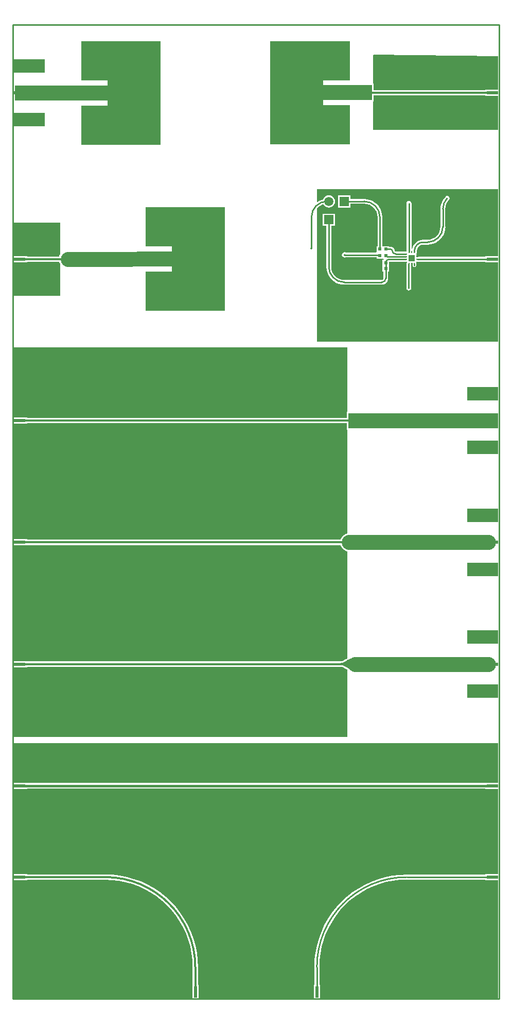
<source format=gtl>
G04*
G04 #@! TF.GenerationSoftware,Altium Limited,Altium Designer,19.1.8 (144)*
G04*
G04 Layer_Physical_Order=1*
G04 Layer_Color=255*
%FSLAX25Y25*%
%MOIN*%
G70*
G01*
G75*
%ADD13C,0.01000*%
%ADD14C,0.01128*%
%ADD15C,0.01155*%
%ADD16C,0.01372*%
%ADD17C,0.09714*%
%ADD27R,0.06299X0.09714*%
%ADD28R,0.06000X0.09714*%
%ADD34R,0.02362X0.01968*%
%ADD35R,0.00787X0.01555*%
%ADD36R,0.01555X0.00787*%
%ADD37R,0.03937X0.03937*%
%ADD38R,0.20000X0.09000*%
%ADD39R,0.07500X0.02000*%
%ADD40R,0.09000X0.20000*%
%ADD41R,0.02000X0.07500*%
%ADD42C,0.01641*%
%ADD43R,0.05906X0.05906*%
%ADD44C,0.05906*%
%ADD45C,0.00800*%
%ADD46C,0.01400*%
%ADD47C,0.01500*%
G36*
X314420Y609768D02*
Y588016D01*
X305861D01*
Y587735D01*
X233680Y587735D01*
Y591940D01*
X233268D01*
X233268Y610390D01*
X233623Y610742D01*
X314420Y609768D01*
D02*
G37*
G36*
X305861Y584016D02*
X314420D01*
Y562008D01*
X233268D01*
X233268Y580226D01*
X233680D01*
Y584297D01*
X305861Y584297D01*
Y584016D01*
D02*
G37*
G36*
X218157Y594167D02*
X201000D01*
Y590933D01*
X232657D01*
Y587735D01*
X229680D01*
X229600D01*
X228942Y587604D01*
X228384Y587231D01*
X228012Y586674D01*
X227881Y586016D01*
X228012Y585358D01*
X228384Y584800D01*
X228942Y584428D01*
X229600Y584297D01*
X229680D01*
X232657D01*
Y581233D01*
X201000D01*
X201000Y578000D01*
X218157D01*
Y552660D01*
X166687D01*
Y619507D01*
X218157D01*
Y594167D01*
D02*
G37*
G36*
X95611Y552515D02*
X44141D01*
Y577855D01*
X61298D01*
Y581088D01*
X1111D01*
Y590789D01*
X61298D01*
X61298Y594022D01*
X44141D01*
Y619362D01*
X95611D01*
Y552515D01*
D02*
G37*
G36*
X314420Y480346D02*
X305861D01*
Y479941D01*
X262050D01*
X261769Y479885D01*
X261268Y480261D01*
Y481172D01*
X261465D01*
Y482220D01*
X261545Y482340D01*
X261666Y482950D01*
Y483772D01*
X261657Y483818D01*
X261789Y484820D01*
X262194Y485796D01*
X262837Y486635D01*
X263676Y487278D01*
X264652Y487682D01*
X265654Y487814D01*
X265700Y487805D01*
X268500D01*
Y487800D01*
X270315Y487943D01*
X272085Y488368D01*
X273766Y489064D01*
X275318Y490016D01*
X276702Y491198D01*
X277885Y492582D01*
X278836Y494134D01*
X279532Y495815D01*
X279957Y497585D01*
X280100Y499400D01*
X280095D01*
Y510900D01*
X280081Y510971D01*
X280236Y512544D01*
X280715Y514125D01*
X281494Y515582D01*
X282401Y516687D01*
X282397Y516691D01*
X282719Y517173D01*
X282841Y517783D01*
X282719Y518393D01*
X282373Y518911D01*
X281856Y519256D01*
X281246Y519378D01*
X280636Y519256D01*
X280118Y518911D01*
X280095Y518876D01*
X280100Y518871D01*
X279116Y517718D01*
X278164Y516166D01*
X277468Y514485D01*
X277043Y512715D01*
X276900Y510900D01*
X276905D01*
Y499400D01*
X276919Y499329D01*
X276764Y497756D01*
X276285Y496175D01*
X275506Y494719D01*
X274458Y493442D01*
X273182Y492394D01*
X271725Y491615D01*
X270144Y491136D01*
X268571Y490981D01*
X268500Y490995D01*
X265700D01*
Y490999D01*
X264290Y490860D01*
X262934Y490449D01*
X261685Y489781D01*
X260590Y488882D01*
X259691Y487787D01*
X259023Y486537D01*
X258612Y485182D01*
X258123Y485248D01*
Y514458D01*
X258002Y515068D01*
X257656Y515586D01*
X257139Y515932D01*
X256528Y516053D01*
X255918Y515932D01*
X255401Y515586D01*
X255055Y515068D01*
X254934Y514458D01*
Y483702D01*
X254550Y483387D01*
X248014D01*
X247800Y483429D01*
X247500D01*
Y483438D01*
X247385Y483485D01*
X247338Y483600D01*
X247329D01*
X247314Y483678D01*
X247228Y484331D01*
X246946Y485012D01*
X246497Y485597D01*
X245912Y486046D01*
X245231Y486328D01*
X244578Y486414D01*
X244500Y486429D01*
X243750D01*
Y486884D01*
X239161D01*
Y505800D01*
X239167D01*
X239025Y507605D01*
X238602Y509365D01*
X237910Y511037D01*
X236964Y512580D01*
X235788Y513957D01*
X234412Y515133D01*
X232869Y516078D01*
X231196Y516771D01*
X229436Y517194D01*
X227631Y517336D01*
Y517329D01*
X218553D01*
Y519753D01*
X210647D01*
Y511847D01*
X218553D01*
Y514271D01*
X227631D01*
X227700Y514284D01*
X229288Y514128D01*
X230881Y513645D01*
X232349Y512860D01*
X233635Y511804D01*
X234691Y510517D01*
X235476Y509049D01*
X235959Y507456D01*
X236116Y505868D01*
X236102Y505800D01*
Y486884D01*
X235450D01*
Y482916D01*
X235028Y482729D01*
X215571D01*
X215463Y482801D01*
X214800Y482933D01*
X214137Y482801D01*
X213574Y482426D01*
X213199Y481863D01*
X213067Y481200D01*
X213199Y480537D01*
X213574Y479974D01*
X214137Y479599D01*
X214800Y479467D01*
X215463Y479599D01*
X215571Y479671D01*
X235450D01*
Y478816D01*
X239962D01*
X240240Y478316D01*
X240158Y478184D01*
X239287D01*
Y474216D01*
Y470416D01*
X239939D01*
Y465969D01*
X239936D01*
X239865Y465610D01*
X239662Y465306D01*
X239358Y465103D01*
X239000Y465032D01*
Y465029D01*
X214600D01*
X214532Y465016D01*
X212944Y465172D01*
X211351Y465655D01*
X209883Y466440D01*
X208596Y467496D01*
X207540Y468783D01*
X206755Y470251D01*
X206272Y471843D01*
X206116Y473432D01*
X206129Y473500D01*
Y499947D01*
X208553D01*
Y507853D01*
X200647D01*
Y499947D01*
X203071D01*
Y473500D01*
X203064D01*
X203206Y471695D01*
X203629Y469935D01*
X204322Y468263D01*
X205268Y466720D01*
X206443Y465343D01*
X207820Y464167D01*
X209363Y463222D01*
X211035Y462529D01*
X212795Y462107D01*
X214600Y461964D01*
Y461971D01*
X239000D01*
Y461966D01*
X240036Y462102D01*
X241001Y462502D01*
X241830Y463138D01*
X242466Y463967D01*
X242866Y464932D01*
X243003Y465969D01*
X242998D01*
Y470416D01*
X243650D01*
Y474216D01*
Y476785D01*
X254550D01*
X254748Y476824D01*
X255135Y476507D01*
Y476333D01*
X254955Y476064D01*
X254834Y475454D01*
Y459700D01*
X254955Y459090D01*
X255301Y458572D01*
X255818Y458227D01*
X256428Y458105D01*
X257039Y458227D01*
X257556Y458572D01*
X257902Y459090D01*
X258023Y459700D01*
Y475454D01*
X257968Y475732D01*
X258246Y476154D01*
X258759Y476184D01*
X258823Y476119D01*
X259043Y475732D01*
X258987Y475450D01*
Y474500D01*
X259069Y474085D01*
X259304Y473733D01*
X259656Y473498D01*
X260072Y473415D01*
X260487Y473498D01*
X260839Y473733D01*
X261074Y474085D01*
X261157Y474500D01*
Y475450D01*
X261101Y475732D01*
X261268Y476231D01*
D01*
X261553Y476614D01*
X261769Y476775D01*
X262050Y476719D01*
X262212Y476752D01*
X305861D01*
Y476346D01*
X314420D01*
Y425197D01*
X196850D01*
X196850Y511139D01*
X197396Y511804D01*
X198683Y512860D01*
X200151Y513645D01*
X201096Y513931D01*
X201147Y513807D01*
X201781Y512981D01*
X202607Y512347D01*
X203568Y511949D01*
X204600Y511813D01*
X205632Y511949D01*
X206593Y512347D01*
X207419Y512981D01*
X208053Y513807D01*
X208451Y514768D01*
X208587Y515800D01*
X208451Y516832D01*
X208053Y517793D01*
X207419Y518619D01*
X206593Y519253D01*
X205632Y519651D01*
X204600Y519787D01*
X203568Y519651D01*
X202607Y519253D01*
X201781Y518619D01*
X201147Y517793D01*
X200822Y517008D01*
X199835Y516771D01*
X198163Y516078D01*
X197287Y515541D01*
X196850Y515786D01*
Y523622D01*
X314420D01*
Y480346D01*
D02*
G37*
G36*
X30512Y481624D02*
X30063Y480784D01*
X29869Y480144D01*
X9100D01*
Y480425D01*
X541D01*
Y501968D01*
X30512D01*
Y481624D01*
D02*
G37*
G36*
X30063Y476279D02*
X30512Y475439D01*
Y454724D01*
X541D01*
Y476425D01*
X9100D01*
Y476706D01*
X29933D01*
X30063Y476279D01*
D02*
G37*
G36*
X137313Y445110D02*
X85843D01*
Y470450D01*
X103000D01*
Y473683D01*
X80167D01*
X79998Y474154D01*
X80261Y474370D01*
X80993Y475262D01*
X81537Y476279D01*
X81872Y477383D01*
X81985Y478532D01*
X81872Y479680D01*
X81537Y480784D01*
X80993Y481801D01*
X80261Y482693D01*
X79994Y482913D01*
X80162Y483383D01*
X103000D01*
X103000Y486617D01*
X85843D01*
Y511957D01*
X137313D01*
Y445110D01*
D02*
G37*
G36*
X216535Y379657D02*
X216100D01*
Y375735D01*
X9100D01*
Y376016D01*
X541D01*
Y421260D01*
X216535D01*
X216535Y379657D01*
D02*
G37*
G36*
X314420Y368970D02*
X217120D01*
Y372297D01*
X217271D01*
X217929Y372428D01*
X218486Y372800D01*
X218859Y373358D01*
X218990Y374016D01*
X218859Y374674D01*
X218486Y375231D01*
X217929Y375604D01*
X217271Y375735D01*
X217120D01*
Y378684D01*
X314420D01*
Y368970D01*
D02*
G37*
G36*
X216100Y367943D02*
X216535D01*
X216535Y301038D01*
X215464Y300713D01*
X214447Y300169D01*
X213555Y299437D01*
X212823Y298545D01*
X212279Y297528D01*
X212118Y296995D01*
X9100Y296995D01*
Y297276D01*
X541D01*
X541Y372016D01*
X9100D01*
Y372297D01*
X216100D01*
Y367943D01*
D02*
G37*
G36*
X212279Y293023D02*
X212823Y292006D01*
X213555Y291114D01*
X214447Y290382D01*
X215464Y289838D01*
X216535Y289513D01*
X216535Y220157D01*
X216455Y220101D01*
X215052Y219252D01*
X214428Y218935D01*
X213834Y218677D01*
X213281Y218481D01*
X212772Y218345D01*
X212309Y218268D01*
X212087Y218254D01*
X9100Y218254D01*
Y218535D01*
X541D01*
Y293276D01*
X9100D01*
Y293557D01*
X212118Y293557D01*
X212279Y293023D01*
D02*
G37*
G36*
X218592Y212687D02*
X217786Y213288D01*
X216264Y214300D01*
X215548Y214711D01*
X214208Y215343D01*
X213583Y215565D01*
X212988Y215723D01*
X212424Y215818D01*
X211890Y215849D01*
Y217221D01*
X212424Y217253D01*
X212988Y217348D01*
X213583Y217506D01*
X214208Y217727D01*
X214863Y218012D01*
X215548Y218360D01*
X217010Y219246D01*
X217786Y219783D01*
X218592Y220384D01*
Y212687D01*
D02*
G37*
G36*
X212309Y214803D02*
X212772Y214725D01*
X213281Y214590D01*
X213819Y214400D01*
X215076Y213806D01*
X215727Y213432D01*
X216535Y212895D01*
X216535Y169291D01*
X541D01*
Y214535D01*
X9100D01*
Y214816D01*
X212087Y214816D01*
X212309Y214803D01*
D02*
G37*
G36*
X314420Y139795D02*
X305861D01*
Y139652D01*
X9100D01*
Y139795D01*
X541D01*
Y165354D01*
X314420Y165354D01*
Y139795D01*
D02*
G37*
G36*
X305861Y135795D02*
X314420D01*
X314420Y80740D01*
X305861D01*
Y80349D01*
X255102D01*
Y80364D01*
X250405Y80179D01*
X245736Y79627D01*
X241125Y78710D01*
X236600Y77433D01*
X232189Y75806D01*
X227920Y73838D01*
X223817Y71540D01*
X219908Y68929D01*
X216216Y66018D01*
X212764Y62827D01*
X209573Y59374D01*
X206662Y55682D01*
X204050Y51773D01*
X201753Y47671D01*
X199785Y43402D01*
X198157Y38991D01*
X196881Y34466D01*
X195964Y29855D01*
X195411Y25186D01*
X195227Y20488D01*
X195242D01*
Y9100D01*
X194850D01*
Y541D01*
X120110D01*
Y9100D01*
X119829D01*
Y20458D01*
X119843D01*
X119658Y25166D01*
X119104Y29846D01*
X118184Y34468D01*
X116905Y39003D01*
X115274Y43424D01*
X113301Y47704D01*
X110999Y51815D01*
X108381Y55734D01*
X105463Y59434D01*
X102265Y62894D01*
X98804Y66093D01*
X95104Y69011D01*
X91185Y71629D01*
X87074Y73931D01*
X82794Y75904D01*
X78373Y77535D01*
X73838Y78814D01*
X69216Y79734D01*
X64536Y80287D01*
X59828Y80472D01*
Y80459D01*
X9100D01*
Y80740D01*
X541D01*
X541Y135795D01*
X9100D01*
Y135939D01*
X305861D01*
Y135795D01*
D02*
G37*
G36*
X255102Y77132D02*
X305861D01*
Y76740D01*
X314420D01*
Y541D01*
X198850D01*
Y9100D01*
X198459D01*
Y20488D01*
X198438Y20591D01*
X198609Y24934D01*
X199132Y29353D01*
X200000Y33717D01*
X201208Y38000D01*
X202748Y42174D01*
X204611Y46215D01*
X206785Y50097D01*
X209257Y53797D01*
X212012Y57291D01*
X215032Y60559D01*
X218299Y63579D01*
X221794Y66334D01*
X225493Y68806D01*
X229376Y70980D01*
X233417Y72843D01*
X237591Y74383D01*
X241874Y75591D01*
X246238Y76459D01*
X250656Y76982D01*
X254999Y77152D01*
X255102Y77132D01*
D02*
G37*
G36*
X64268Y76873D02*
X68680Y76351D01*
X73039Y75484D01*
X77315Y74278D01*
X81484Y72740D01*
X85519Y70880D01*
X89396Y68709D01*
X93091Y66240D01*
X96580Y63489D01*
X99843Y60473D01*
X102859Y57210D01*
X105610Y53720D01*
X108079Y50026D01*
X110250Y46149D01*
X112110Y42114D01*
X113648Y37945D01*
X114854Y33668D01*
X115721Y29310D01*
X116244Y24898D01*
X116413Y20570D01*
X116391Y20458D01*
Y9100D01*
X116110D01*
Y541D01*
X541D01*
Y76740D01*
X9100D01*
Y77021D01*
X59828D01*
X59940Y77043D01*
X64268Y76873D01*
D02*
G37*
D13*
X245800Y483600D02*
G03*
X247500Y481900I1700J0D01*
G01*
X245800Y483600D02*
G03*
X244500Y484900I-1300J0D01*
G01*
X237632Y505800D02*
G03*
X227631Y515800I-10000J0D01*
G01*
X237632Y480800D02*
G03*
X237231Y481200I-400J0D01*
G01*
X203400Y515800D02*
G03*
X193400Y505800I0J-10000D01*
G01*
X239000Y463500D02*
G03*
X241469Y465969I0J2468D01*
G01*
X204600Y473500D02*
G03*
X214600Y463500I10000J0D01*
G01*
X243583Y478314D02*
G03*
X241469Y476200I0J-2114D01*
G01*
X241568Y480800D02*
G03*
X242283Y480086I714J0D01*
G01*
X247500Y481900D02*
X247800D01*
X241568Y484900D02*
X244500D01*
X247800Y481857D02*
Y481900D01*
Y481857D02*
X254550D01*
X237632Y484900D02*
Y505800D01*
X214600Y515800D02*
X227631D01*
X203400D02*
X204600D01*
X214800Y481200D02*
X237231D01*
X193400Y485300D02*
Y505800D01*
X241469Y472400D02*
Y476200D01*
X214600Y463500D02*
X239000D01*
X204600Y473500D02*
Y505900D01*
X241469Y465969D02*
Y472400D01*
X243583Y478314D02*
X254550D01*
X242283Y480086D02*
X254550D01*
X0Y629921D02*
X0Y0D01*
X0Y629921D02*
X314961Y629921D01*
X314961Y0D01*
X0D02*
X314961D01*
D14*
X268500Y489400D02*
G03*
X278500Y499400I0J10000D01*
G01*
X265700Y489400D02*
G03*
X260072Y483772I0J-5628D01*
G01*
X281246Y517783D02*
G03*
X278500Y510900I7254J-6883D01*
G01*
X260072Y482950D02*
Y483772D01*
X265700Y489400D02*
X268500D01*
X278500Y499400D02*
Y510900D01*
X256528Y482950D02*
Y514458D01*
X256428Y459700D02*
Y475454D01*
X260072Y474500D02*
Y475450D01*
X262050Y478346D02*
X310611D01*
X262050Y478314D02*
Y478346D01*
D15*
X255102Y78740D02*
G03*
X196850Y20488I0J-58252D01*
G01*
X255102Y78740D02*
X310910D01*
X196850Y4350D02*
Y20488D01*
D16*
X35425Y478425D02*
G03*
X35500Y478500I0J75D01*
G01*
X118110Y20458D02*
G03*
X59828Y78740I-58283J0D01*
G01*
X229680Y586016D02*
X310611Y586016D01*
X229600Y586016D02*
X229680D01*
X4334Y478425D02*
X35425D01*
X4350Y216535D02*
X221555Y216535D01*
X1300Y216535D02*
X4350D01*
Y295276D02*
X215650Y295276D01*
X118110Y4350D02*
Y20458D01*
X4350Y78740D02*
X59828D01*
X4350Y374016D02*
X217271D01*
X118110Y4350D02*
X118110D01*
D17*
X35500Y478532D02*
X76100D01*
X221555Y216535D02*
X308071Y216535D01*
X217717Y295276D02*
X308071D01*
D27*
X79500Y478532D02*
D03*
D28*
X229680Y586083D02*
D03*
X220100Y373800D02*
D03*
D34*
X241568Y484900D02*
D03*
X237632D02*
D03*
X241568Y480800D02*
D03*
X237632D02*
D03*
X241469Y472400D02*
D03*
X237531D02*
D03*
X241469Y476200D02*
D03*
X237531D02*
D03*
D35*
X260072Y482950D02*
D03*
X258300D02*
D03*
X256528D02*
D03*
Y475450D02*
D03*
X258300D02*
D03*
X260072D02*
D03*
D36*
X254550Y481857D02*
D03*
Y480086D02*
D03*
Y478314D02*
D03*
Y476543D02*
D03*
X262050D02*
D03*
Y478314D02*
D03*
Y480086D02*
D03*
Y481857D02*
D03*
D37*
X258300Y479200D02*
D03*
D38*
X304361Y495747D02*
D03*
Y460947D02*
D03*
X10600Y356616D02*
D03*
Y391416D02*
D03*
X304361D02*
D03*
Y356616D02*
D03*
X304361Y603416D02*
D03*
Y568616D02*
D03*
X10600Y568615D02*
D03*
Y603415D02*
D03*
X10600Y277876D02*
D03*
Y312676D02*
D03*
X304361Y233935D02*
D03*
Y199135D02*
D03*
X304361Y155195D02*
D03*
Y120395D02*
D03*
X304361Y96140D02*
D03*
Y61340D02*
D03*
X10600D02*
D03*
Y96140D02*
D03*
X304361Y312676D02*
D03*
Y277876D02*
D03*
X10600Y199135D02*
D03*
Y233935D02*
D03*
Y120395D02*
D03*
Y155195D02*
D03*
X10600Y461025D02*
D03*
Y495825D02*
D03*
D39*
X310611Y478346D02*
D03*
X4350Y374016D02*
D03*
X310611D02*
D03*
X310611Y586016D02*
D03*
X4350Y586015D02*
D03*
X4350Y295276D02*
D03*
X310611Y216535D02*
D03*
X310611Y137795D02*
D03*
X310611Y78740D02*
D03*
X4350D02*
D03*
X310611Y295276D02*
D03*
X4350Y216535D02*
D03*
Y137795D02*
D03*
X4350Y478425D02*
D03*
D40*
X214250Y10600D02*
D03*
X179450D02*
D03*
X135510D02*
D03*
X100710D02*
D03*
D41*
X196850Y4350D02*
D03*
X118110D02*
D03*
D42*
X4350Y137795D02*
X310611D01*
D43*
X214600Y515800D02*
D03*
X204600Y503900D02*
D03*
D44*
Y515800D02*
D03*
X214600Y503900D02*
D03*
D45*
X312103Y481793D02*
D03*
X309303D02*
D03*
X306504Y481722D02*
D03*
X303722Y481404D02*
D03*
X300922D02*
D03*
X298122D02*
D03*
X295322D02*
D03*
X292522D02*
D03*
X289722D02*
D03*
X286922D02*
D03*
X284122D02*
D03*
X281322D02*
D03*
X278522D02*
D03*
X275722D02*
D03*
X272922D02*
D03*
X270122D02*
D03*
X267322D02*
D03*
X264522D02*
D03*
X266716Y475289D02*
D03*
X269516D02*
D03*
X272316D02*
D03*
X275116D02*
D03*
X277916D02*
D03*
X280716D02*
D03*
X283516D02*
D03*
X286316D02*
D03*
X289116D02*
D03*
X291916D02*
D03*
X294716D02*
D03*
X297516D02*
D03*
X300316D02*
D03*
X303116D02*
D03*
X305909Y475096D02*
D03*
X308702Y474899D02*
D03*
X311502D02*
D03*
X278553Y519288D02*
D03*
X276968Y516980D02*
D03*
X275952Y514371D02*
D03*
X275504Y511607D02*
D03*
X275442Y508808D02*
D03*
Y506007D02*
D03*
Y503207D02*
D03*
Y500408D02*
D03*
X275210Y497617D02*
D03*
X273958Y495113D02*
D03*
X271819Y493306D02*
D03*
X269140Y492491D02*
D03*
X266340Y492458D02*
D03*
X263557Y492150D02*
D03*
X263129Y483523D02*
D03*
X264407Y486015D02*
D03*
X267187Y486342D02*
D03*
X269985Y486465D02*
D03*
X272720Y487065D02*
D03*
X275245Y488274D02*
D03*
X277481Y489959D02*
D03*
X279286Y492100D02*
D03*
X280587Y494580D02*
D03*
X281350Y497273D02*
D03*
X281558Y500066D02*
D03*
Y502866D02*
D03*
Y505666D02*
D03*
Y508466D02*
D03*
X281564Y511266D02*
D03*
X282275Y513974D02*
D03*
X283850Y516289D02*
D03*
X283965Y519087D02*
D03*
X281712Y520748D02*
D03*
X253910Y515938D02*
D03*
X253471Y513173D02*
D03*
Y510373D02*
D03*
Y507573D02*
D03*
Y504773D02*
D03*
Y501973D02*
D03*
Y499173D02*
D03*
Y496373D02*
D03*
Y493573D02*
D03*
Y490773D02*
D03*
Y487973D02*
D03*
Y485173D02*
D03*
X259586Y490626D02*
D03*
Y493427D02*
D03*
Y496227D02*
D03*
Y499026D02*
D03*
Y501826D02*
D03*
Y504627D02*
D03*
Y507427D02*
D03*
Y510226D02*
D03*
Y513027D02*
D03*
X259230Y515804D02*
D03*
X256952Y517431D02*
D03*
X253371Y473338D02*
D03*
Y470538D02*
D03*
Y467738D02*
D03*
Y464938D02*
D03*
Y462138D02*
D03*
X253443Y459339D02*
D03*
X255026Y457030D02*
D03*
X257826Y457027D02*
D03*
X259413Y459334D02*
D03*
X259486Y462133D02*
D03*
Y464933D02*
D03*
Y467733D02*
D03*
Y470533D02*
D03*
D46*
X214800Y481200D02*
D03*
X193400Y485300D02*
D03*
X235200Y580200D02*
D03*
X243764Y582593D02*
D03*
X255164D02*
D03*
X266564D02*
D03*
X277964D02*
D03*
X289364D02*
D03*
X300764D02*
D03*
X309646Y589739D02*
D03*
X298250Y589438D02*
D03*
X286850D02*
D03*
X275450D02*
D03*
X264050D02*
D03*
X252650D02*
D03*
X241250D02*
D03*
X25419Y481848D02*
D03*
X14019D02*
D03*
X5137Y474702D02*
D03*
X16533Y475002D02*
D03*
X27933D02*
D03*
X122119Y377438D02*
D03*
X65119D02*
D03*
X181509Y370593D02*
D03*
X53719Y377438D02*
D03*
X110719D02*
D03*
X192909Y370593D02*
D03*
X10509D02*
D03*
X201919Y377438D02*
D03*
X133519D02*
D03*
X33309Y370593D02*
D03*
X144919Y377438D02*
D03*
X167719D02*
D03*
X78909Y370593D02*
D03*
X30919Y377438D02*
D03*
X179119D02*
D03*
X42319D02*
D03*
X170109Y370593D02*
D03*
X87919Y377438D02*
D03*
X156319D02*
D03*
X190519D02*
D03*
X113109Y370593D02*
D03*
X67509D02*
D03*
X44709D02*
D03*
X21909D02*
D03*
X213319Y377438D02*
D03*
X101709Y370593D02*
D03*
X90309D02*
D03*
X8123Y377736D02*
D03*
X19519Y377438D02*
D03*
X135909Y370593D02*
D03*
X99319Y377438D02*
D03*
X147309Y370593D02*
D03*
X204309D02*
D03*
X124509D02*
D03*
X56109D02*
D03*
X76519Y377438D02*
D03*
X158709Y370593D02*
D03*
X204326Y219958D02*
D03*
X192926D02*
D03*
X181526D02*
D03*
X170126D02*
D03*
X158726D02*
D03*
X147326D02*
D03*
X135926D02*
D03*
X124526D02*
D03*
X113126D02*
D03*
X101726D02*
D03*
X90326D02*
D03*
X78926D02*
D03*
X67526D02*
D03*
X56126D02*
D03*
X44726D02*
D03*
X33326D02*
D03*
X21926D02*
D03*
X10526D02*
D03*
X1644Y212812D02*
D03*
X13040Y213113D02*
D03*
X24440D02*
D03*
X35840D02*
D03*
X47240D02*
D03*
X58640D02*
D03*
X70040D02*
D03*
X81440D02*
D03*
X92840D02*
D03*
X104240D02*
D03*
X115640D02*
D03*
X127040D02*
D03*
X138440D02*
D03*
X149840D02*
D03*
X161240D02*
D03*
X172640D02*
D03*
X184040D02*
D03*
X195440D02*
D03*
X206840D02*
D03*
X204545Y298698D02*
D03*
X193145D02*
D03*
X181745D02*
D03*
X170345D02*
D03*
X158945D02*
D03*
X147545D02*
D03*
X136145D02*
D03*
X124745D02*
D03*
X113345D02*
D03*
X101945D02*
D03*
X90545D02*
D03*
X79145D02*
D03*
X67745D02*
D03*
X56345D02*
D03*
X44945D02*
D03*
X33545D02*
D03*
X22145D02*
D03*
X10745D02*
D03*
X1863Y291552D02*
D03*
X13259Y291853D02*
D03*
X24659D02*
D03*
X36059D02*
D03*
X47459D02*
D03*
X58859D02*
D03*
X70259D02*
D03*
X81659D02*
D03*
X93059D02*
D03*
X104459D02*
D03*
X115859D02*
D03*
X127259D02*
D03*
X138659D02*
D03*
X150059D02*
D03*
X161459D02*
D03*
X172859D02*
D03*
X184259D02*
D03*
X195659D02*
D03*
X207059D02*
D03*
X305552Y82089D02*
D03*
X294152D02*
D03*
X282752D02*
D03*
X271352D02*
D03*
X259952D02*
D03*
X248559Y81696D02*
D03*
X237383Y79445D02*
D03*
X226807Y75190D02*
D03*
X217228Y69010D02*
D03*
X208918Y61205D02*
D03*
X202199Y51995D02*
D03*
X197318Y41693D02*
D03*
X194371Y30681D02*
D03*
X193502Y19314D02*
D03*
X193127Y7920D02*
D03*
X200199Y9891D02*
D03*
X200190Y21291D02*
D03*
X201537Y32611D02*
D03*
X205212Y43403D02*
D03*
X211000Y53224D02*
D03*
X218715Y61617D02*
D03*
X227998Y68233D02*
D03*
X238431Y72829D02*
D03*
X249598Y75121D02*
D03*
X260995Y75392D02*
D03*
X272395D02*
D03*
X283795D02*
D03*
X295195D02*
D03*
X306591Y75092D02*
D03*
X9393Y75317D02*
D03*
X20793D02*
D03*
X32193D02*
D03*
X43593D02*
D03*
X54993D02*
D03*
X66385Y74888D02*
D03*
X77504Y72372D02*
D03*
X87855Y67596D02*
D03*
X96984Y60769D02*
D03*
X104535Y52227D02*
D03*
X110129Y42294D02*
D03*
X113545Y31418D02*
D03*
X114688Y20076D02*
D03*
X114463Y8678D02*
D03*
X121758Y8677D02*
D03*
X121533Y20075D02*
D03*
X120545Y31432D02*
D03*
X117484Y42413D02*
D03*
X112492Y52662D02*
D03*
X105645Y61777D02*
D03*
X97262Y69503D02*
D03*
X87616Y75579D02*
D03*
X76993Y79715D02*
D03*
X65799Y81873D02*
D03*
X54403Y82163D02*
D03*
X43003D02*
D03*
X31603D02*
D03*
X20203D02*
D03*
X8805Y82371D02*
D03*
X304321Y141355D02*
D03*
X292920D02*
D03*
X281521D02*
D03*
X270121D02*
D03*
X258720D02*
D03*
X247321D02*
D03*
X235921D02*
D03*
X224520D02*
D03*
X213121D02*
D03*
X201720D02*
D03*
X190321D02*
D03*
X178920D02*
D03*
X167520D02*
D03*
X156121D02*
D03*
X144720D02*
D03*
X133320D02*
D03*
X121921D02*
D03*
X110521D02*
D03*
X99120D02*
D03*
X87721D02*
D03*
X76320D02*
D03*
X64921D02*
D03*
X53521D02*
D03*
X42121D02*
D03*
X30720D02*
D03*
X19320D02*
D03*
X7922Y141519D02*
D03*
X9892Y134235D02*
D03*
X21292D02*
D03*
X32692D02*
D03*
X44092D02*
D03*
X55492D02*
D03*
X66892D02*
D03*
X78292D02*
D03*
X89692D02*
D03*
X101092D02*
D03*
X112492D02*
D03*
X123892D02*
D03*
X135292D02*
D03*
X146692D02*
D03*
X158092D02*
D03*
X169492D02*
D03*
X180892D02*
D03*
X192292D02*
D03*
X203692D02*
D03*
X215092D02*
D03*
X226492D02*
D03*
X237892D02*
D03*
X249292D02*
D03*
X260692D02*
D03*
X272092D02*
D03*
X283492D02*
D03*
X294892D02*
D03*
X306292Y134147D02*
D03*
D47*
X304361Y277876D02*
D03*
M02*

</source>
